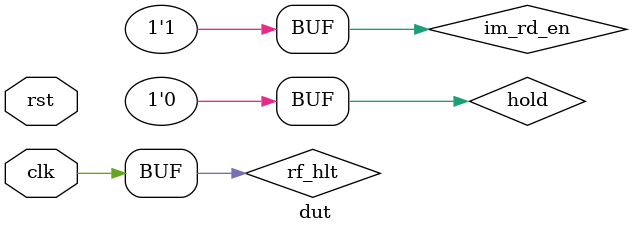
<source format=v>
`include "opcode.h"
module dut(clk, rst);

    input clk;
    input rst;

    ////////////////////////////////
    //     Instruction Fetch      //
    ////////////////////////////////

    wire[15:0] in_PC;
    wire[15:0] if_pc;
    wire hold;
    wire im_rd_en;
    wire[15:0] if_instr;

    pc pc1(clk, rst, hold, in_PC, if_pc);
    IM im(clk, if_pc, im_rd_en, if_instr);


    ///////////
    // IF/ID //
    ///////////
    reg[15:0] id_pc;
    reg[15:0] id_instr;

    // PC flip-flop
    always @(posedge clk, posedge rst) begin
        if(rst)
            id_pc <= 0;
        else
            id_pc <= if_pc;
    end

    // Instruction latch
    always @(clk, if_instr, rst) begin
        if(rst)
            id_instr <= 0;
        else if(clk)
            id_instr <= if_instr;
    end


    ////////////////////////////////
    //     Instruction Decode     //
    ////////////////////////////////

    wire[15:0] id_alu1, id_alu2, p0, p1;
    wire rf_re0, rf_re1;
    wire rf_hlt;
    wire[3:0] p0_addr, p1_addr;

    // Comes from writeback
    reg[15:0] wb_wb;
    reg[3:0] wb_addr_latched;
    reg wb_we;

    assign rf_hlt = clk;

    ID id(id_alu1, id_alu2, p0_addr, p1_addr, rf_re0, rf_re1, p0, p1, id_instr);
    rf rf1(clk,p0_addr,p1_addr,p0,p1,rf_re0,rf_re1,wb_addr_latched,wb_wb,wb_we,rf_hlt);


    ///////////
    // ID/EX //
    ///////////
    reg[15:0] ex_pc;
    reg[15:0] ex_instr;
    reg[15:0] alu1_reg;
    reg[15:0] alu2_reg;

    // Instruction flop-flop
    always @(posedge clk, posedge rst) begin
        if(rst)
            ex_instr <= 16'h0000;
        else
            ex_instr <= id_instr;
    end

    // PC flip-flop
    always @(posedge clk, posedge rst) begin
        if(rst)
            ex_pc <= 16'h0000;
        else
            ex_pc <= id_pc;
    end

    // alu1 flip-flop
    always @(posedge clk, posedge rst) begin
        if(rst)
            alu1_reg <= 16'h0000;
        else
            alu1_reg <= id_alu1;
    end

    // alu2 flip-flop
    always @(posedge clk, posedge rst) begin
        if(rst)
            alu2_reg <= 16'h0000;
        else
            alu2_reg <= id_alu2;
    end

    ////////////////////////////////
    //          Execute           //
    ////////////////////////////////

    wire[15:0] ex_result, ex_rt, alu_a, alu_b, alu_result, nxt_PC;
    wire[2:0] alu_op;
    wire alu_z, alu_v, alu_n, branch;

    EX ex(ex_result, ex_rt, alu_op, alu_a, alu_b, alu1_reg, alu2_reg, alu_result, ex_instr);
    ALU_16 alu(alu_op, alu_a, alu_b, alu_result, alu_z, alu_v, alu_n);
    flag_rf flag(branch, clk, alu_z, alu_v, alu_n, ex_instr);
    jump jump1(nxt_PC, ex_pc, ex_instr, branch, if_pc);


    ///////////
    // EX/ME //
    ///////////
    reg[15:0] mem_pc;
    reg[15:0] mem_instr;
    reg[15:0] mem_result;
    reg[15:0] mem_rt;

    // Instruction flop-flop
    always @(posedge clk, posedge rst) begin
        if(rst)
            mem_instr <= 16'h0000;
        else
            mem_instr <= ex_instr;
    end

    // PC flip-flop
    always @(posedge clk, posedge rst) begin
        if(rst)
            mem_pc <= 16'h0000;
        else
            mem_pc <= ex_pc;
    end

    // mem_result flip-flop
    always @(posedge clk, posedge rst) begin
        if(rst)
            mem_result <= 16'h0000;
        else
            mem_result <= ex_result;
    end

    // mem_rt flip-flop
    always @(posedge clk, posedge rst) begin
        if(rst)
            mem_rt <= 16'h0000;
        else
            mem_rt <= ex_rt;
    end




    ////////////////////////////////
    //       Memory Access        //
    ////////////////////////////////

    wire[15:0] dm_addr, dm_in, dm_out, mem_ret_addr, mem_wb;
    wire dm_re, dm_we, mem_we;

    DM dm(clk, dm_addr, dm_re, dm_we, dm_in, dm_out);
    MEM mem(mem_wb, mem_ret_addr, mem_we, dm_in, dm_addr, dm_re, dm_we, mem_instr, mem_result, mem_rt, mem_pc, dm_out);


    ///////////
    // ME/WB //
    ///////////
    reg[15:0] wb_instr;
    reg[15:0] wb_ret_addr;

    // Instruction latch
    always @(clk, mem_instr)
        if(~clk)
            wb_instr <= mem_instr;

    // wb_ret_addr latch
    always @(clk, mem_ret_addr)
        if(~clk)
            wb_ret_addr <= mem_ret_addr;

    // wb_we latch
    always @(clk, mem_we) begin
        if(~clk)
            wb_we <= mem_we;
    end

    // wb_wb latch
    always @(clk, mem_wb) begin
        if(~clk)
            wb_wb <= mem_wb;
    end



    ////////////////////////////////
    //         Write Back         //
    ////////////////////////////////
    wire[3:0] wb_addr;

    WB wb(wb_addr, in_PC, mem_instr, wb_we, wb_wb, wb_ret_addr, nxt_PC);

    // wb_addr latch
    always @(clk, wb_addr)
        if(~clk)
            wb_addr_latched <= wb_addr;

    assign hold = 0;
    assign im_rd_en = 1;

endmodule

</source>
